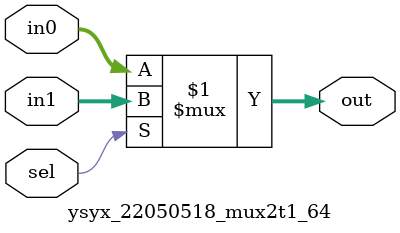
<source format=v>
module ysyx_22050518_mux2t1_64(
    input sel ,
    input [63:0]    in0,
    input [63:0]    in1,
    output[63:0]    out

    
);

assign out = sel ? in1:in0;


endmodule 

</source>
